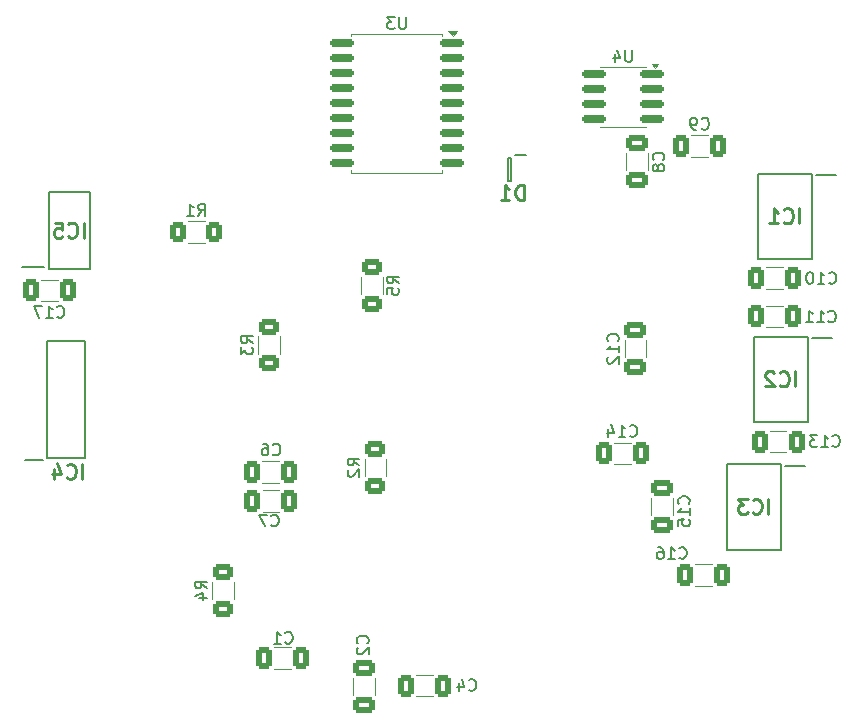
<source format=gbr>
%TF.GenerationSoftware,KiCad,Pcbnew,8.0.1-rc1*%
%TF.CreationDate,2024-06-02T11:35:05-07:00*%
%TF.ProjectId,AMS - CANBus Sensor - Temperature,414d5320-2d20-4434-914e-427573205365,rev?*%
%TF.SameCoordinates,Original*%
%TF.FileFunction,Legend,Bot*%
%TF.FilePolarity,Positive*%
%FSLAX46Y46*%
G04 Gerber Fmt 4.6, Leading zero omitted, Abs format (unit mm)*
G04 Created by KiCad (PCBNEW 8.0.1-rc1) date 2024-06-02 11:35:05*
%MOMM*%
%LPD*%
G01*
G04 APERTURE LIST*
G04 Aperture macros list*
%AMRoundRect*
0 Rectangle with rounded corners*
0 $1 Rounding radius*
0 $2 $3 $4 $5 $6 $7 $8 $9 X,Y pos of 4 corners*
0 Add a 4 corners polygon primitive as box body*
4,1,4,$2,$3,$4,$5,$6,$7,$8,$9,$2,$3,0*
0 Add four circle primitives for the rounded corners*
1,1,$1+$1,$2,$3*
1,1,$1+$1,$4,$5*
1,1,$1+$1,$6,$7*
1,1,$1+$1,$8,$9*
0 Add four rect primitives between the rounded corners*
20,1,$1+$1,$2,$3,$4,$5,0*
20,1,$1+$1,$4,$5,$6,$7,0*
20,1,$1+$1,$6,$7,$8,$9,0*
20,1,$1+$1,$8,$9,$2,$3,0*%
G04 Aperture macros list end*
%ADD10C,0.150000*%
%ADD11C,0.254000*%
%ADD12C,0.120000*%
%ADD13C,0.200000*%
%ADD14R,1.700000X1.700000*%
%ADD15O,1.700000X1.700000*%
%ADD16C,1.600000*%
%ADD17O,1.600000X1.600000*%
%ADD18R,2.200000X2.200000*%
%ADD19C,2.200000*%
%ADD20C,2.400000*%
%ADD21R,1.600000X1.600000*%
%ADD22R,1.920000X1.920000*%
%ADD23C,1.920000*%
%ADD24C,1.500000*%
%ADD25R,1.500000X1.500000*%
%ADD26RoundRect,0.250000X0.412500X0.650000X-0.412500X0.650000X-0.412500X-0.650000X0.412500X-0.650000X0*%
%ADD27RoundRect,0.250000X-0.650000X0.412500X-0.650000X-0.412500X0.650000X-0.412500X0.650000X0.412500X0*%
%ADD28RoundRect,0.150000X0.825000X0.150000X-0.825000X0.150000X-0.825000X-0.150000X0.825000X-0.150000X0*%
%ADD29R,1.705000X0.450000*%
%ADD30RoundRect,0.250000X0.400000X0.625000X-0.400000X0.625000X-0.400000X-0.625000X0.400000X-0.625000X0*%
%ADD31RoundRect,0.250000X-0.412500X-0.650000X0.412500X-0.650000X0.412500X0.650000X-0.412500X0.650000X0*%
%ADD32RoundRect,0.250000X0.650000X-0.412500X0.650000X0.412500X-0.650000X0.412500X-0.650000X-0.412500X0*%
%ADD33RoundRect,0.250000X-0.625000X0.400000X-0.625000X-0.400000X0.625000X-0.400000X0.625000X0.400000X0*%
%ADD34RoundRect,0.150000X0.875000X0.150000X-0.875000X0.150000X-0.875000X-0.150000X0.875000X-0.150000X0*%
%ADD35RoundRect,0.250000X0.625000X-0.400000X0.625000X0.400000X-0.625000X0.400000X-0.625000X-0.400000X0*%
%ADD36R,1.525000X0.650000*%
%ADD37R,1.850000X0.900000*%
%ADD38R,1.850000X3.200000*%
%ADD39R,1.000000X0.550000*%
G04 APERTURE END LIST*
D10*
X118044824Y-88287240D02*
X118092443Y-88334860D01*
X118092443Y-88334860D02*
X118235300Y-88382479D01*
X118235300Y-88382479D02*
X118330538Y-88382479D01*
X118330538Y-88382479D02*
X118473395Y-88334860D01*
X118473395Y-88334860D02*
X118568633Y-88239621D01*
X118568633Y-88239621D02*
X118616252Y-88144383D01*
X118616252Y-88144383D02*
X118663871Y-87953907D01*
X118663871Y-87953907D02*
X118663871Y-87811050D01*
X118663871Y-87811050D02*
X118616252Y-87620574D01*
X118616252Y-87620574D02*
X118568633Y-87525336D01*
X118568633Y-87525336D02*
X118473395Y-87430098D01*
X118473395Y-87430098D02*
X118330538Y-87382479D01*
X118330538Y-87382479D02*
X118235300Y-87382479D01*
X118235300Y-87382479D02*
X118092443Y-87430098D01*
X118092443Y-87430098D02*
X118044824Y-87477717D01*
X117092443Y-88382479D02*
X117663871Y-88382479D01*
X117378157Y-88382479D02*
X117378157Y-87382479D01*
X117378157Y-87382479D02*
X117473395Y-87525336D01*
X117473395Y-87525336D02*
X117568633Y-87620574D01*
X117568633Y-87620574D02*
X117663871Y-87668193D01*
X116759109Y-87382479D02*
X116092443Y-87382479D01*
X116092443Y-87382479D02*
X116521014Y-88382479D01*
X144310863Y-115937179D02*
X144358483Y-115889560D01*
X144358483Y-115889560D02*
X144406102Y-115746703D01*
X144406102Y-115746703D02*
X144406102Y-115651465D01*
X144406102Y-115651465D02*
X144358483Y-115508608D01*
X144358483Y-115508608D02*
X144263244Y-115413370D01*
X144263244Y-115413370D02*
X144168006Y-115365751D01*
X144168006Y-115365751D02*
X143977530Y-115318132D01*
X143977530Y-115318132D02*
X143834673Y-115318132D01*
X143834673Y-115318132D02*
X143644197Y-115365751D01*
X143644197Y-115365751D02*
X143548959Y-115413370D01*
X143548959Y-115413370D02*
X143453721Y-115508608D01*
X143453721Y-115508608D02*
X143406102Y-115651465D01*
X143406102Y-115651465D02*
X143406102Y-115746703D01*
X143406102Y-115746703D02*
X143453721Y-115889560D01*
X143453721Y-115889560D02*
X143501340Y-115937179D01*
X143501340Y-116318132D02*
X143453721Y-116365751D01*
X143453721Y-116365751D02*
X143406102Y-116460989D01*
X143406102Y-116460989D02*
X143406102Y-116699084D01*
X143406102Y-116699084D02*
X143453721Y-116794322D01*
X143453721Y-116794322D02*
X143501340Y-116841941D01*
X143501340Y-116841941D02*
X143596578Y-116889560D01*
X143596578Y-116889560D02*
X143691816Y-116889560D01*
X143691816Y-116889560D02*
X143834673Y-116841941D01*
X143834673Y-116841941D02*
X144406102Y-116270513D01*
X144406102Y-116270513D02*
X144406102Y-116889560D01*
X166716704Y-65728819D02*
X166716704Y-66538342D01*
X166716704Y-66538342D02*
X166669085Y-66633580D01*
X166669085Y-66633580D02*
X166621466Y-66681200D01*
X166621466Y-66681200D02*
X166526228Y-66728819D01*
X166526228Y-66728819D02*
X166335752Y-66728819D01*
X166335752Y-66728819D02*
X166240514Y-66681200D01*
X166240514Y-66681200D02*
X166192895Y-66633580D01*
X166192895Y-66633580D02*
X166145276Y-66538342D01*
X166145276Y-66538342D02*
X166145276Y-65728819D01*
X165240514Y-66062152D02*
X165240514Y-66728819D01*
X165478609Y-65681200D02*
X165716704Y-66395485D01*
X165716704Y-66395485D02*
X165097657Y-66395485D01*
D11*
X180554362Y-94198718D02*
X180554362Y-92928718D01*
X179223885Y-94077765D02*
X179284361Y-94138242D01*
X179284361Y-94138242D02*
X179465790Y-94198718D01*
X179465790Y-94198718D02*
X179586742Y-94198718D01*
X179586742Y-94198718D02*
X179768171Y-94138242D01*
X179768171Y-94138242D02*
X179889123Y-94017289D01*
X179889123Y-94017289D02*
X179949600Y-93896337D01*
X179949600Y-93896337D02*
X180010076Y-93654432D01*
X180010076Y-93654432D02*
X180010076Y-93473003D01*
X180010076Y-93473003D02*
X179949600Y-93231099D01*
X179949600Y-93231099D02*
X179889123Y-93110146D01*
X179889123Y-93110146D02*
X179768171Y-92989194D01*
X179768171Y-92989194D02*
X179586742Y-92928718D01*
X179586742Y-92928718D02*
X179465790Y-92928718D01*
X179465790Y-92928718D02*
X179284361Y-92989194D01*
X179284361Y-92989194D02*
X179223885Y-93049670D01*
X178740076Y-93049670D02*
X178679600Y-92989194D01*
X178679600Y-92989194D02*
X178558647Y-92928718D01*
X178558647Y-92928718D02*
X178256266Y-92928718D01*
X178256266Y-92928718D02*
X178135314Y-92989194D01*
X178135314Y-92989194D02*
X178074838Y-93049670D01*
X178074838Y-93049670D02*
X178014361Y-93170622D01*
X178014361Y-93170622D02*
X178014361Y-93291575D01*
X178014361Y-93291575D02*
X178074838Y-93473003D01*
X178074838Y-93473003D02*
X178800552Y-94198718D01*
X178800552Y-94198718D02*
X178014361Y-94198718D01*
D10*
X129980966Y-79764119D02*
X130314299Y-79287928D01*
X130552394Y-79764119D02*
X130552394Y-78764119D01*
X130552394Y-78764119D02*
X130171442Y-78764119D01*
X130171442Y-78764119D02*
X130076204Y-78811738D01*
X130076204Y-78811738D02*
X130028585Y-78859357D01*
X130028585Y-78859357D02*
X129980966Y-78954595D01*
X129980966Y-78954595D02*
X129980966Y-79097452D01*
X129980966Y-79097452D02*
X130028585Y-79192690D01*
X130028585Y-79192690D02*
X130076204Y-79240309D01*
X130076204Y-79240309D02*
X130171442Y-79287928D01*
X130171442Y-79287928D02*
X130552394Y-79287928D01*
X129028585Y-79764119D02*
X129600013Y-79764119D01*
X129314299Y-79764119D02*
X129314299Y-78764119D01*
X129314299Y-78764119D02*
X129409537Y-78906976D01*
X129409537Y-78906976D02*
X129504775Y-79002214D01*
X129504775Y-79002214D02*
X129600013Y-79049833D01*
X183392307Y-85424004D02*
X183439926Y-85471624D01*
X183439926Y-85471624D02*
X183582783Y-85519243D01*
X183582783Y-85519243D02*
X183678021Y-85519243D01*
X183678021Y-85519243D02*
X183820878Y-85471624D01*
X183820878Y-85471624D02*
X183916116Y-85376385D01*
X183916116Y-85376385D02*
X183963735Y-85281147D01*
X183963735Y-85281147D02*
X184011354Y-85090671D01*
X184011354Y-85090671D02*
X184011354Y-84947814D01*
X184011354Y-84947814D02*
X183963735Y-84757338D01*
X183963735Y-84757338D02*
X183916116Y-84662100D01*
X183916116Y-84662100D02*
X183820878Y-84566862D01*
X183820878Y-84566862D02*
X183678021Y-84519243D01*
X183678021Y-84519243D02*
X183582783Y-84519243D01*
X183582783Y-84519243D02*
X183439926Y-84566862D01*
X183439926Y-84566862D02*
X183392307Y-84614481D01*
X182439926Y-85519243D02*
X183011354Y-85519243D01*
X182725640Y-85519243D02*
X182725640Y-84519243D01*
X182725640Y-84519243D02*
X182820878Y-84662100D01*
X182820878Y-84662100D02*
X182916116Y-84757338D01*
X182916116Y-84757338D02*
X183011354Y-84804957D01*
X181820878Y-84519243D02*
X181725640Y-84519243D01*
X181725640Y-84519243D02*
X181630402Y-84566862D01*
X181630402Y-84566862D02*
X181582783Y-84614481D01*
X181582783Y-84614481D02*
X181535164Y-84709719D01*
X181535164Y-84709719D02*
X181487545Y-84900195D01*
X181487545Y-84900195D02*
X181487545Y-85138290D01*
X181487545Y-85138290D02*
X181535164Y-85328766D01*
X181535164Y-85328766D02*
X181582783Y-85424004D01*
X181582783Y-85424004D02*
X181630402Y-85471624D01*
X181630402Y-85471624D02*
X181725640Y-85519243D01*
X181725640Y-85519243D02*
X181820878Y-85519243D01*
X181820878Y-85519243D02*
X181916116Y-85471624D01*
X181916116Y-85471624D02*
X181963735Y-85424004D01*
X181963735Y-85424004D02*
X182011354Y-85328766D01*
X182011354Y-85328766D02*
X182058973Y-85138290D01*
X182058973Y-85138290D02*
X182058973Y-84900195D01*
X182058973Y-84900195D02*
X182011354Y-84709719D01*
X182011354Y-84709719D02*
X181963735Y-84614481D01*
X181963735Y-84614481D02*
X181916116Y-84566862D01*
X181916116Y-84566862D02*
X181820878Y-84519243D01*
X169362980Y-75023233D02*
X169410600Y-74975614D01*
X169410600Y-74975614D02*
X169458219Y-74832757D01*
X169458219Y-74832757D02*
X169458219Y-74737519D01*
X169458219Y-74737519D02*
X169410600Y-74594662D01*
X169410600Y-74594662D02*
X169315361Y-74499424D01*
X169315361Y-74499424D02*
X169220123Y-74451805D01*
X169220123Y-74451805D02*
X169029647Y-74404186D01*
X169029647Y-74404186D02*
X168886790Y-74404186D01*
X168886790Y-74404186D02*
X168696314Y-74451805D01*
X168696314Y-74451805D02*
X168601076Y-74499424D01*
X168601076Y-74499424D02*
X168505838Y-74594662D01*
X168505838Y-74594662D02*
X168458219Y-74737519D01*
X168458219Y-74737519D02*
X168458219Y-74832757D01*
X168458219Y-74832757D02*
X168505838Y-74975614D01*
X168505838Y-74975614D02*
X168553457Y-75023233D01*
X168886790Y-75594662D02*
X168839171Y-75499424D01*
X168839171Y-75499424D02*
X168791552Y-75451805D01*
X168791552Y-75451805D02*
X168696314Y-75404186D01*
X168696314Y-75404186D02*
X168648695Y-75404186D01*
X168648695Y-75404186D02*
X168553457Y-75451805D01*
X168553457Y-75451805D02*
X168505838Y-75499424D01*
X168505838Y-75499424D02*
X168458219Y-75594662D01*
X168458219Y-75594662D02*
X168458219Y-75785138D01*
X168458219Y-75785138D02*
X168505838Y-75880376D01*
X168505838Y-75880376D02*
X168553457Y-75927995D01*
X168553457Y-75927995D02*
X168648695Y-75975614D01*
X168648695Y-75975614D02*
X168696314Y-75975614D01*
X168696314Y-75975614D02*
X168791552Y-75927995D01*
X168791552Y-75927995D02*
X168839171Y-75880376D01*
X168839171Y-75880376D02*
X168886790Y-75785138D01*
X168886790Y-75785138D02*
X168886790Y-75594662D01*
X168886790Y-75594662D02*
X168934409Y-75499424D01*
X168934409Y-75499424D02*
X168982028Y-75451805D01*
X168982028Y-75451805D02*
X169077266Y-75404186D01*
X169077266Y-75404186D02*
X169267742Y-75404186D01*
X169267742Y-75404186D02*
X169362980Y-75451805D01*
X169362980Y-75451805D02*
X169410600Y-75499424D01*
X169410600Y-75499424D02*
X169458219Y-75594662D01*
X169458219Y-75594662D02*
X169458219Y-75785138D01*
X169458219Y-75785138D02*
X169410600Y-75880376D01*
X169410600Y-75880376D02*
X169362980Y-75927995D01*
X169362980Y-75927995D02*
X169267742Y-75975614D01*
X169267742Y-75975614D02*
X169077266Y-75975614D01*
X169077266Y-75975614D02*
X168982028Y-75927995D01*
X168982028Y-75927995D02*
X168934409Y-75880376D01*
X168934409Y-75880376D02*
X168886790Y-75785138D01*
X130731219Y-111295633D02*
X130255028Y-110962300D01*
X130731219Y-110724205D02*
X129731219Y-110724205D01*
X129731219Y-110724205D02*
X129731219Y-111105157D01*
X129731219Y-111105157D02*
X129778838Y-111200395D01*
X129778838Y-111200395D02*
X129826457Y-111248014D01*
X129826457Y-111248014D02*
X129921695Y-111295633D01*
X129921695Y-111295633D02*
X130064552Y-111295633D01*
X130064552Y-111295633D02*
X130159790Y-111248014D01*
X130159790Y-111248014D02*
X130207409Y-111200395D01*
X130207409Y-111200395D02*
X130255028Y-111105157D01*
X130255028Y-111105157D02*
X130255028Y-110724205D01*
X130064552Y-112152776D02*
X130731219Y-112152776D01*
X129683600Y-111914681D02*
X130397885Y-111676586D01*
X130397885Y-111676586D02*
X130397885Y-112295633D01*
X172599466Y-72358280D02*
X172647085Y-72405900D01*
X172647085Y-72405900D02*
X172789942Y-72453519D01*
X172789942Y-72453519D02*
X172885180Y-72453519D01*
X172885180Y-72453519D02*
X173028037Y-72405900D01*
X173028037Y-72405900D02*
X173123275Y-72310661D01*
X173123275Y-72310661D02*
X173170894Y-72215423D01*
X173170894Y-72215423D02*
X173218513Y-72024947D01*
X173218513Y-72024947D02*
X173218513Y-71882090D01*
X173218513Y-71882090D02*
X173170894Y-71691614D01*
X173170894Y-71691614D02*
X173123275Y-71596376D01*
X173123275Y-71596376D02*
X173028037Y-71501138D01*
X173028037Y-71501138D02*
X172885180Y-71453519D01*
X172885180Y-71453519D02*
X172789942Y-71453519D01*
X172789942Y-71453519D02*
X172647085Y-71501138D01*
X172647085Y-71501138D02*
X172599466Y-71548757D01*
X172123275Y-72453519D02*
X171932799Y-72453519D01*
X171932799Y-72453519D02*
X171837561Y-72405900D01*
X171837561Y-72405900D02*
X171789942Y-72358280D01*
X171789942Y-72358280D02*
X171694704Y-72215423D01*
X171694704Y-72215423D02*
X171647085Y-72024947D01*
X171647085Y-72024947D02*
X171647085Y-71643995D01*
X171647085Y-71643995D02*
X171694704Y-71548757D01*
X171694704Y-71548757D02*
X171742323Y-71501138D01*
X171742323Y-71501138D02*
X171837561Y-71453519D01*
X171837561Y-71453519D02*
X172028037Y-71453519D01*
X172028037Y-71453519D02*
X172123275Y-71501138D01*
X172123275Y-71501138D02*
X172170894Y-71548757D01*
X172170894Y-71548757D02*
X172218513Y-71643995D01*
X172218513Y-71643995D02*
X172218513Y-71882090D01*
X172218513Y-71882090D02*
X172170894Y-71977328D01*
X172170894Y-71977328D02*
X172123275Y-72024947D01*
X172123275Y-72024947D02*
X172028037Y-72072566D01*
X172028037Y-72072566D02*
X171837561Y-72072566D01*
X171837561Y-72072566D02*
X171742323Y-72024947D01*
X171742323Y-72024947D02*
X171694704Y-71977328D01*
X171694704Y-71977328D02*
X171647085Y-71882090D01*
X152908220Y-119887379D02*
X152955839Y-119934999D01*
X152955839Y-119934999D02*
X153098696Y-119982618D01*
X153098696Y-119982618D02*
X153193934Y-119982618D01*
X153193934Y-119982618D02*
X153336791Y-119934999D01*
X153336791Y-119934999D02*
X153432029Y-119839760D01*
X153432029Y-119839760D02*
X153479648Y-119744522D01*
X153479648Y-119744522D02*
X153527267Y-119554046D01*
X153527267Y-119554046D02*
X153527267Y-119411189D01*
X153527267Y-119411189D02*
X153479648Y-119220713D01*
X153479648Y-119220713D02*
X153432029Y-119125475D01*
X153432029Y-119125475D02*
X153336791Y-119030237D01*
X153336791Y-119030237D02*
X153193934Y-118982618D01*
X153193934Y-118982618D02*
X153098696Y-118982618D01*
X153098696Y-118982618D02*
X152955839Y-119030237D01*
X152955839Y-119030237D02*
X152908220Y-119077856D01*
X152051077Y-119315951D02*
X152051077Y-119982618D01*
X152289172Y-118934999D02*
X152527267Y-119649284D01*
X152527267Y-119649284D02*
X151908220Y-119649284D01*
X147567004Y-62941819D02*
X147567004Y-63751342D01*
X147567004Y-63751342D02*
X147519385Y-63846580D01*
X147519385Y-63846580D02*
X147471766Y-63894200D01*
X147471766Y-63894200D02*
X147376528Y-63941819D01*
X147376528Y-63941819D02*
X147186052Y-63941819D01*
X147186052Y-63941819D02*
X147090814Y-63894200D01*
X147090814Y-63894200D02*
X147043195Y-63846580D01*
X147043195Y-63846580D02*
X146995576Y-63751342D01*
X146995576Y-63751342D02*
X146995576Y-62941819D01*
X146614623Y-62941819D02*
X145995576Y-62941819D01*
X145995576Y-62941819D02*
X146328909Y-63322771D01*
X146328909Y-63322771D02*
X146186052Y-63322771D01*
X146186052Y-63322771D02*
X146090814Y-63370390D01*
X146090814Y-63370390D02*
X146043195Y-63418009D01*
X146043195Y-63418009D02*
X145995576Y-63513247D01*
X145995576Y-63513247D02*
X145995576Y-63751342D01*
X145995576Y-63751342D02*
X146043195Y-63846580D01*
X146043195Y-63846580D02*
X146090814Y-63894200D01*
X146090814Y-63894200D02*
X146186052Y-63941819D01*
X146186052Y-63941819D02*
X146471766Y-63941819D01*
X146471766Y-63941819D02*
X146567004Y-63894200D01*
X146567004Y-63894200D02*
X146614623Y-63846580D01*
X146977819Y-85480133D02*
X146501628Y-85146800D01*
X146977819Y-84908705D02*
X145977819Y-84908705D01*
X145977819Y-84908705D02*
X145977819Y-85289657D01*
X145977819Y-85289657D02*
X146025438Y-85384895D01*
X146025438Y-85384895D02*
X146073057Y-85432514D01*
X146073057Y-85432514D02*
X146168295Y-85480133D01*
X146168295Y-85480133D02*
X146311152Y-85480133D01*
X146311152Y-85480133D02*
X146406390Y-85432514D01*
X146406390Y-85432514D02*
X146454009Y-85384895D01*
X146454009Y-85384895D02*
X146501628Y-85289657D01*
X146501628Y-85289657D02*
X146501628Y-84908705D01*
X145977819Y-86384895D02*
X145977819Y-85908705D01*
X145977819Y-85908705D02*
X146454009Y-85861086D01*
X146454009Y-85861086D02*
X146406390Y-85908705D01*
X146406390Y-85908705D02*
X146358771Y-86003943D01*
X146358771Y-86003943D02*
X146358771Y-86242038D01*
X146358771Y-86242038D02*
X146406390Y-86337276D01*
X146406390Y-86337276D02*
X146454009Y-86384895D01*
X146454009Y-86384895D02*
X146549247Y-86432514D01*
X146549247Y-86432514D02*
X146787342Y-86432514D01*
X146787342Y-86432514D02*
X146882580Y-86384895D01*
X146882580Y-86384895D02*
X146930200Y-86337276D01*
X146930200Y-86337276D02*
X146977819Y-86242038D01*
X146977819Y-86242038D02*
X146977819Y-86003943D01*
X146977819Y-86003943D02*
X146930200Y-85908705D01*
X146930200Y-85908705D02*
X146882580Y-85861086D01*
X134607819Y-90532033D02*
X134131628Y-90198700D01*
X134607819Y-89960605D02*
X133607819Y-89960605D01*
X133607819Y-89960605D02*
X133607819Y-90341557D01*
X133607819Y-90341557D02*
X133655438Y-90436795D01*
X133655438Y-90436795D02*
X133703057Y-90484414D01*
X133703057Y-90484414D02*
X133798295Y-90532033D01*
X133798295Y-90532033D02*
X133941152Y-90532033D01*
X133941152Y-90532033D02*
X134036390Y-90484414D01*
X134036390Y-90484414D02*
X134084009Y-90436795D01*
X134084009Y-90436795D02*
X134131628Y-90341557D01*
X134131628Y-90341557D02*
X134131628Y-89960605D01*
X133607819Y-90865367D02*
X133607819Y-91484414D01*
X133607819Y-91484414D02*
X133988771Y-91151081D01*
X133988771Y-91151081D02*
X133988771Y-91293938D01*
X133988771Y-91293938D02*
X134036390Y-91389176D01*
X134036390Y-91389176D02*
X134084009Y-91436795D01*
X134084009Y-91436795D02*
X134179247Y-91484414D01*
X134179247Y-91484414D02*
X134417342Y-91484414D01*
X134417342Y-91484414D02*
X134512580Y-91436795D01*
X134512580Y-91436795D02*
X134560200Y-91389176D01*
X134560200Y-91389176D02*
X134607819Y-91293938D01*
X134607819Y-91293938D02*
X134607819Y-91008224D01*
X134607819Y-91008224D02*
X134560200Y-90912986D01*
X134560200Y-90912986D02*
X134512580Y-90865367D01*
D11*
X178253662Y-104983818D02*
X178253662Y-103713818D01*
X176923185Y-104862865D02*
X176983661Y-104923342D01*
X176983661Y-104923342D02*
X177165090Y-104983818D01*
X177165090Y-104983818D02*
X177286042Y-104983818D01*
X177286042Y-104983818D02*
X177467471Y-104923342D01*
X177467471Y-104923342D02*
X177588423Y-104802389D01*
X177588423Y-104802389D02*
X177648900Y-104681437D01*
X177648900Y-104681437D02*
X177709376Y-104439532D01*
X177709376Y-104439532D02*
X177709376Y-104258103D01*
X177709376Y-104258103D02*
X177648900Y-104016199D01*
X177648900Y-104016199D02*
X177588423Y-103895246D01*
X177588423Y-103895246D02*
X177467471Y-103774294D01*
X177467471Y-103774294D02*
X177286042Y-103713818D01*
X177286042Y-103713818D02*
X177165090Y-103713818D01*
X177165090Y-103713818D02*
X176983661Y-103774294D01*
X176983661Y-103774294D02*
X176923185Y-103834770D01*
X176499852Y-103713818D02*
X175713661Y-103713818D01*
X175713661Y-103713818D02*
X176136995Y-104197627D01*
X176136995Y-104197627D02*
X175955566Y-104197627D01*
X175955566Y-104197627D02*
X175834614Y-104258103D01*
X175834614Y-104258103D02*
X175774138Y-104318580D01*
X175774138Y-104318580D02*
X175713661Y-104439532D01*
X175713661Y-104439532D02*
X175713661Y-104741913D01*
X175713661Y-104741913D02*
X175774138Y-104862865D01*
X175774138Y-104862865D02*
X175834614Y-104923342D01*
X175834614Y-104923342D02*
X175955566Y-104983818D01*
X175955566Y-104983818D02*
X176318423Y-104983818D01*
X176318423Y-104983818D02*
X176439376Y-104923342D01*
X176439376Y-104923342D02*
X176499852Y-104862865D01*
D10*
X137354254Y-115871040D02*
X137401873Y-115918660D01*
X137401873Y-115918660D02*
X137544730Y-115966279D01*
X137544730Y-115966279D02*
X137639968Y-115966279D01*
X137639968Y-115966279D02*
X137782825Y-115918660D01*
X137782825Y-115918660D02*
X137878063Y-115823421D01*
X137878063Y-115823421D02*
X137925682Y-115728183D01*
X137925682Y-115728183D02*
X137973301Y-115537707D01*
X137973301Y-115537707D02*
X137973301Y-115394850D01*
X137973301Y-115394850D02*
X137925682Y-115204374D01*
X137925682Y-115204374D02*
X137878063Y-115109136D01*
X137878063Y-115109136D02*
X137782825Y-115013898D01*
X137782825Y-115013898D02*
X137639968Y-114966279D01*
X137639968Y-114966279D02*
X137544730Y-114966279D01*
X137544730Y-114966279D02*
X137401873Y-115013898D01*
X137401873Y-115013898D02*
X137354254Y-115061517D01*
X136401873Y-115966279D02*
X136973301Y-115966279D01*
X136687587Y-115966279D02*
X136687587Y-114966279D01*
X136687587Y-114966279D02*
X136782825Y-115109136D01*
X136782825Y-115109136D02*
X136878063Y-115204374D01*
X136878063Y-115204374D02*
X136973301Y-115251993D01*
D11*
X120179897Y-102027054D02*
X120179897Y-100757054D01*
X118849420Y-101906101D02*
X118909896Y-101966578D01*
X118909896Y-101966578D02*
X119091325Y-102027054D01*
X119091325Y-102027054D02*
X119212277Y-102027054D01*
X119212277Y-102027054D02*
X119393706Y-101966578D01*
X119393706Y-101966578D02*
X119514658Y-101845625D01*
X119514658Y-101845625D02*
X119575135Y-101724673D01*
X119575135Y-101724673D02*
X119635611Y-101482768D01*
X119635611Y-101482768D02*
X119635611Y-101301339D01*
X119635611Y-101301339D02*
X119575135Y-101059435D01*
X119575135Y-101059435D02*
X119514658Y-100938482D01*
X119514658Y-100938482D02*
X119393706Y-100817530D01*
X119393706Y-100817530D02*
X119212277Y-100757054D01*
X119212277Y-100757054D02*
X119091325Y-100757054D01*
X119091325Y-100757054D02*
X118909896Y-100817530D01*
X118909896Y-100817530D02*
X118849420Y-100878006D01*
X117760849Y-101180387D02*
X117760849Y-102027054D01*
X118063230Y-100696578D02*
X118365611Y-101603720D01*
X118365611Y-101603720D02*
X117579420Y-101603720D01*
D10*
X171505821Y-104133428D02*
X171553441Y-104085809D01*
X171553441Y-104085809D02*
X171601060Y-103942952D01*
X171601060Y-103942952D02*
X171601060Y-103847714D01*
X171601060Y-103847714D02*
X171553441Y-103704857D01*
X171553441Y-103704857D02*
X171458202Y-103609619D01*
X171458202Y-103609619D02*
X171362964Y-103562000D01*
X171362964Y-103562000D02*
X171172488Y-103514381D01*
X171172488Y-103514381D02*
X171029631Y-103514381D01*
X171029631Y-103514381D02*
X170839155Y-103562000D01*
X170839155Y-103562000D02*
X170743917Y-103609619D01*
X170743917Y-103609619D02*
X170648679Y-103704857D01*
X170648679Y-103704857D02*
X170601060Y-103847714D01*
X170601060Y-103847714D02*
X170601060Y-103942952D01*
X170601060Y-103942952D02*
X170648679Y-104085809D01*
X170648679Y-104085809D02*
X170696298Y-104133428D01*
X171601060Y-105085809D02*
X171601060Y-104514381D01*
X171601060Y-104800095D02*
X170601060Y-104800095D01*
X170601060Y-104800095D02*
X170743917Y-104704857D01*
X170743917Y-104704857D02*
X170839155Y-104609619D01*
X170839155Y-104609619D02*
X170886774Y-104514381D01*
X170601060Y-105990571D02*
X170601060Y-105514381D01*
X170601060Y-105514381D02*
X171077250Y-105466762D01*
X171077250Y-105466762D02*
X171029631Y-105514381D01*
X171029631Y-105514381D02*
X170982012Y-105609619D01*
X170982012Y-105609619D02*
X170982012Y-105847714D01*
X170982012Y-105847714D02*
X171029631Y-105942952D01*
X171029631Y-105942952D02*
X171077250Y-105990571D01*
X171077250Y-105990571D02*
X171172488Y-106038190D01*
X171172488Y-106038190D02*
X171410583Y-106038190D01*
X171410583Y-106038190D02*
X171505821Y-105990571D01*
X171505821Y-105990571D02*
X171553441Y-105942952D01*
X171553441Y-105942952D02*
X171601060Y-105847714D01*
X171601060Y-105847714D02*
X171601060Y-105609619D01*
X171601060Y-105609619D02*
X171553441Y-105514381D01*
X171553441Y-105514381D02*
X171505821Y-105466762D01*
X143630419Y-100892333D02*
X143154228Y-100559000D01*
X143630419Y-100320905D02*
X142630419Y-100320905D01*
X142630419Y-100320905D02*
X142630419Y-100701857D01*
X142630419Y-100701857D02*
X142678038Y-100797095D01*
X142678038Y-100797095D02*
X142725657Y-100844714D01*
X142725657Y-100844714D02*
X142820895Y-100892333D01*
X142820895Y-100892333D02*
X142963752Y-100892333D01*
X142963752Y-100892333D02*
X143058990Y-100844714D01*
X143058990Y-100844714D02*
X143106609Y-100797095D01*
X143106609Y-100797095D02*
X143154228Y-100701857D01*
X143154228Y-100701857D02*
X143154228Y-100320905D01*
X142725657Y-101273286D02*
X142678038Y-101320905D01*
X142678038Y-101320905D02*
X142630419Y-101416143D01*
X142630419Y-101416143D02*
X142630419Y-101654238D01*
X142630419Y-101654238D02*
X142678038Y-101749476D01*
X142678038Y-101749476D02*
X142725657Y-101797095D01*
X142725657Y-101797095D02*
X142820895Y-101844714D01*
X142820895Y-101844714D02*
X142916133Y-101844714D01*
X142916133Y-101844714D02*
X143058990Y-101797095D01*
X143058990Y-101797095D02*
X143630419Y-101225667D01*
X143630419Y-101225667D02*
X143630419Y-101844714D01*
D11*
X180893062Y-80385418D02*
X180893062Y-79115418D01*
X179562585Y-80264465D02*
X179623061Y-80324942D01*
X179623061Y-80324942D02*
X179804490Y-80385418D01*
X179804490Y-80385418D02*
X179925442Y-80385418D01*
X179925442Y-80385418D02*
X180106871Y-80324942D01*
X180106871Y-80324942D02*
X180227823Y-80203989D01*
X180227823Y-80203989D02*
X180288300Y-80083037D01*
X180288300Y-80083037D02*
X180348776Y-79841132D01*
X180348776Y-79841132D02*
X180348776Y-79659703D01*
X180348776Y-79659703D02*
X180288300Y-79417799D01*
X180288300Y-79417799D02*
X180227823Y-79296846D01*
X180227823Y-79296846D02*
X180106871Y-79175894D01*
X180106871Y-79175894D02*
X179925442Y-79115418D01*
X179925442Y-79115418D02*
X179804490Y-79115418D01*
X179804490Y-79115418D02*
X179623061Y-79175894D01*
X179623061Y-79175894D02*
X179562585Y-79236370D01*
X178353061Y-80385418D02*
X179078776Y-80385418D01*
X178715919Y-80385418D02*
X178715919Y-79115418D01*
X178715919Y-79115418D02*
X178836871Y-79296846D01*
X178836871Y-79296846D02*
X178957823Y-79417799D01*
X178957823Y-79417799D02*
X179078776Y-79478275D01*
D10*
X165509080Y-90365742D02*
X165556700Y-90318123D01*
X165556700Y-90318123D02*
X165604319Y-90175266D01*
X165604319Y-90175266D02*
X165604319Y-90080028D01*
X165604319Y-90080028D02*
X165556700Y-89937171D01*
X165556700Y-89937171D02*
X165461461Y-89841933D01*
X165461461Y-89841933D02*
X165366223Y-89794314D01*
X165366223Y-89794314D02*
X165175747Y-89746695D01*
X165175747Y-89746695D02*
X165032890Y-89746695D01*
X165032890Y-89746695D02*
X164842414Y-89794314D01*
X164842414Y-89794314D02*
X164747176Y-89841933D01*
X164747176Y-89841933D02*
X164651938Y-89937171D01*
X164651938Y-89937171D02*
X164604319Y-90080028D01*
X164604319Y-90080028D02*
X164604319Y-90175266D01*
X164604319Y-90175266D02*
X164651938Y-90318123D01*
X164651938Y-90318123D02*
X164699557Y-90365742D01*
X165604319Y-91318123D02*
X165604319Y-90746695D01*
X165604319Y-91032409D02*
X164604319Y-91032409D01*
X164604319Y-91032409D02*
X164747176Y-90937171D01*
X164747176Y-90937171D02*
X164842414Y-90841933D01*
X164842414Y-90841933D02*
X164890033Y-90746695D01*
X164699557Y-91699076D02*
X164651938Y-91746695D01*
X164651938Y-91746695D02*
X164604319Y-91841933D01*
X164604319Y-91841933D02*
X164604319Y-92080028D01*
X164604319Y-92080028D02*
X164651938Y-92175266D01*
X164651938Y-92175266D02*
X164699557Y-92222885D01*
X164699557Y-92222885D02*
X164794795Y-92270504D01*
X164794795Y-92270504D02*
X164890033Y-92270504D01*
X164890033Y-92270504D02*
X165032890Y-92222885D01*
X165032890Y-92222885D02*
X165604319Y-91651457D01*
X165604319Y-91651457D02*
X165604319Y-92270504D01*
D11*
X120306662Y-81597618D02*
X120306662Y-80327618D01*
X118976185Y-81476665D02*
X119036661Y-81537142D01*
X119036661Y-81537142D02*
X119218090Y-81597618D01*
X119218090Y-81597618D02*
X119339042Y-81597618D01*
X119339042Y-81597618D02*
X119520471Y-81537142D01*
X119520471Y-81537142D02*
X119641423Y-81416189D01*
X119641423Y-81416189D02*
X119701900Y-81295237D01*
X119701900Y-81295237D02*
X119762376Y-81053332D01*
X119762376Y-81053332D02*
X119762376Y-80871903D01*
X119762376Y-80871903D02*
X119701900Y-80629999D01*
X119701900Y-80629999D02*
X119641423Y-80509046D01*
X119641423Y-80509046D02*
X119520471Y-80388094D01*
X119520471Y-80388094D02*
X119339042Y-80327618D01*
X119339042Y-80327618D02*
X119218090Y-80327618D01*
X119218090Y-80327618D02*
X119036661Y-80388094D01*
X119036661Y-80388094D02*
X118976185Y-80448570D01*
X117827138Y-80327618D02*
X118431900Y-80327618D01*
X118431900Y-80327618D02*
X118492376Y-80932380D01*
X118492376Y-80932380D02*
X118431900Y-80871903D01*
X118431900Y-80871903D02*
X118310947Y-80811427D01*
X118310947Y-80811427D02*
X118008566Y-80811427D01*
X118008566Y-80811427D02*
X117887614Y-80871903D01*
X117887614Y-80871903D02*
X117827138Y-80932380D01*
X117827138Y-80932380D02*
X117766661Y-81053332D01*
X117766661Y-81053332D02*
X117766661Y-81355713D01*
X117766661Y-81355713D02*
X117827138Y-81476665D01*
X117827138Y-81476665D02*
X117887614Y-81537142D01*
X117887614Y-81537142D02*
X118008566Y-81597618D01*
X118008566Y-81597618D02*
X118310947Y-81597618D01*
X118310947Y-81597618D02*
X118431900Y-81537142D01*
X118431900Y-81537142D02*
X118492376Y-81476665D01*
D10*
X183342267Y-88683245D02*
X183389886Y-88730865D01*
X183389886Y-88730865D02*
X183532743Y-88778484D01*
X183532743Y-88778484D02*
X183627981Y-88778484D01*
X183627981Y-88778484D02*
X183770838Y-88730865D01*
X183770838Y-88730865D02*
X183866076Y-88635626D01*
X183866076Y-88635626D02*
X183913695Y-88540388D01*
X183913695Y-88540388D02*
X183961314Y-88349912D01*
X183961314Y-88349912D02*
X183961314Y-88207055D01*
X183961314Y-88207055D02*
X183913695Y-88016579D01*
X183913695Y-88016579D02*
X183866076Y-87921341D01*
X183866076Y-87921341D02*
X183770838Y-87826103D01*
X183770838Y-87826103D02*
X183627981Y-87778484D01*
X183627981Y-87778484D02*
X183532743Y-87778484D01*
X183532743Y-87778484D02*
X183389886Y-87826103D01*
X183389886Y-87826103D02*
X183342267Y-87873722D01*
X182389886Y-88778484D02*
X182961314Y-88778484D01*
X182675600Y-88778484D02*
X182675600Y-87778484D01*
X182675600Y-87778484D02*
X182770838Y-87921341D01*
X182770838Y-87921341D02*
X182866076Y-88016579D01*
X182866076Y-88016579D02*
X182961314Y-88064198D01*
X181437505Y-88778484D02*
X182008933Y-88778484D01*
X181723219Y-88778484D02*
X181723219Y-87778484D01*
X181723219Y-87778484D02*
X181818457Y-87921341D01*
X181818457Y-87921341D02*
X181913695Y-88016579D01*
X181913695Y-88016579D02*
X182008933Y-88064198D01*
X136175538Y-105960547D02*
X136223157Y-106008167D01*
X136223157Y-106008167D02*
X136366014Y-106055786D01*
X136366014Y-106055786D02*
X136461252Y-106055786D01*
X136461252Y-106055786D02*
X136604109Y-106008167D01*
X136604109Y-106008167D02*
X136699347Y-105912928D01*
X136699347Y-105912928D02*
X136746966Y-105817690D01*
X136746966Y-105817690D02*
X136794585Y-105627214D01*
X136794585Y-105627214D02*
X136794585Y-105484357D01*
X136794585Y-105484357D02*
X136746966Y-105293881D01*
X136746966Y-105293881D02*
X136699347Y-105198643D01*
X136699347Y-105198643D02*
X136604109Y-105103405D01*
X136604109Y-105103405D02*
X136461252Y-105055786D01*
X136461252Y-105055786D02*
X136366014Y-105055786D01*
X136366014Y-105055786D02*
X136223157Y-105103405D01*
X136223157Y-105103405D02*
X136175538Y-105151024D01*
X135842204Y-105055786D02*
X135175538Y-105055786D01*
X135175538Y-105055786D02*
X135604109Y-106055786D01*
X183687534Y-99234187D02*
X183735153Y-99281807D01*
X183735153Y-99281807D02*
X183878010Y-99329426D01*
X183878010Y-99329426D02*
X183973248Y-99329426D01*
X183973248Y-99329426D02*
X184116105Y-99281807D01*
X184116105Y-99281807D02*
X184211343Y-99186568D01*
X184211343Y-99186568D02*
X184258962Y-99091330D01*
X184258962Y-99091330D02*
X184306581Y-98900854D01*
X184306581Y-98900854D02*
X184306581Y-98757997D01*
X184306581Y-98757997D02*
X184258962Y-98567521D01*
X184258962Y-98567521D02*
X184211343Y-98472283D01*
X184211343Y-98472283D02*
X184116105Y-98377045D01*
X184116105Y-98377045D02*
X183973248Y-98329426D01*
X183973248Y-98329426D02*
X183878010Y-98329426D01*
X183878010Y-98329426D02*
X183735153Y-98377045D01*
X183735153Y-98377045D02*
X183687534Y-98424664D01*
X182735153Y-99329426D02*
X183306581Y-99329426D01*
X183020867Y-99329426D02*
X183020867Y-98329426D01*
X183020867Y-98329426D02*
X183116105Y-98472283D01*
X183116105Y-98472283D02*
X183211343Y-98567521D01*
X183211343Y-98567521D02*
X183306581Y-98615140D01*
X182401819Y-98329426D02*
X181782772Y-98329426D01*
X181782772Y-98329426D02*
X182116105Y-98710378D01*
X182116105Y-98710378D02*
X181973248Y-98710378D01*
X181973248Y-98710378D02*
X181878010Y-98757997D01*
X181878010Y-98757997D02*
X181830391Y-98805616D01*
X181830391Y-98805616D02*
X181782772Y-98900854D01*
X181782772Y-98900854D02*
X181782772Y-99138949D01*
X181782772Y-99138949D02*
X181830391Y-99234187D01*
X181830391Y-99234187D02*
X181878010Y-99281807D01*
X181878010Y-99281807D02*
X181973248Y-99329426D01*
X181973248Y-99329426D02*
X182258962Y-99329426D01*
X182258962Y-99329426D02*
X182354200Y-99281807D01*
X182354200Y-99281807D02*
X182401819Y-99234187D01*
D11*
X157544915Y-78419564D02*
X157544915Y-77149564D01*
X157544915Y-77149564D02*
X157242534Y-77149564D01*
X157242534Y-77149564D02*
X157061105Y-77210040D01*
X157061105Y-77210040D02*
X156940153Y-77330992D01*
X156940153Y-77330992D02*
X156879676Y-77451945D01*
X156879676Y-77451945D02*
X156819200Y-77693849D01*
X156819200Y-77693849D02*
X156819200Y-77875278D01*
X156819200Y-77875278D02*
X156879676Y-78117183D01*
X156879676Y-78117183D02*
X156940153Y-78238135D01*
X156940153Y-78238135D02*
X157061105Y-78359088D01*
X157061105Y-78359088D02*
X157242534Y-78419564D01*
X157242534Y-78419564D02*
X157544915Y-78419564D01*
X155609676Y-78419564D02*
X156335391Y-78419564D01*
X155972534Y-78419564D02*
X155972534Y-77149564D01*
X155972534Y-77149564D02*
X156093486Y-77330992D01*
X156093486Y-77330992D02*
X156214438Y-77451945D01*
X156214438Y-77451945D02*
X156335391Y-77512421D01*
D10*
X136305966Y-99941380D02*
X136353585Y-99989000D01*
X136353585Y-99989000D02*
X136496442Y-100036619D01*
X136496442Y-100036619D02*
X136591680Y-100036619D01*
X136591680Y-100036619D02*
X136734537Y-99989000D01*
X136734537Y-99989000D02*
X136829775Y-99893761D01*
X136829775Y-99893761D02*
X136877394Y-99798523D01*
X136877394Y-99798523D02*
X136925013Y-99608047D01*
X136925013Y-99608047D02*
X136925013Y-99465190D01*
X136925013Y-99465190D02*
X136877394Y-99274714D01*
X136877394Y-99274714D02*
X136829775Y-99179476D01*
X136829775Y-99179476D02*
X136734537Y-99084238D01*
X136734537Y-99084238D02*
X136591680Y-99036619D01*
X136591680Y-99036619D02*
X136496442Y-99036619D01*
X136496442Y-99036619D02*
X136353585Y-99084238D01*
X136353585Y-99084238D02*
X136305966Y-99131857D01*
X135448823Y-99036619D02*
X135639299Y-99036619D01*
X135639299Y-99036619D02*
X135734537Y-99084238D01*
X135734537Y-99084238D02*
X135782156Y-99131857D01*
X135782156Y-99131857D02*
X135877394Y-99274714D01*
X135877394Y-99274714D02*
X135925013Y-99465190D01*
X135925013Y-99465190D02*
X135925013Y-99846142D01*
X135925013Y-99846142D02*
X135877394Y-99941380D01*
X135877394Y-99941380D02*
X135829775Y-99989000D01*
X135829775Y-99989000D02*
X135734537Y-100036619D01*
X135734537Y-100036619D02*
X135544061Y-100036619D01*
X135544061Y-100036619D02*
X135448823Y-99989000D01*
X135448823Y-99989000D02*
X135401204Y-99941380D01*
X135401204Y-99941380D02*
X135353585Y-99846142D01*
X135353585Y-99846142D02*
X135353585Y-99608047D01*
X135353585Y-99608047D02*
X135401204Y-99512809D01*
X135401204Y-99512809D02*
X135448823Y-99465190D01*
X135448823Y-99465190D02*
X135544061Y-99417571D01*
X135544061Y-99417571D02*
X135734537Y-99417571D01*
X135734537Y-99417571D02*
X135829775Y-99465190D01*
X135829775Y-99465190D02*
X135877394Y-99512809D01*
X135877394Y-99512809D02*
X135925013Y-99608047D01*
X166528257Y-98373580D02*
X166575876Y-98421200D01*
X166575876Y-98421200D02*
X166718733Y-98468819D01*
X166718733Y-98468819D02*
X166813971Y-98468819D01*
X166813971Y-98468819D02*
X166956828Y-98421200D01*
X166956828Y-98421200D02*
X167052066Y-98325961D01*
X167052066Y-98325961D02*
X167099685Y-98230723D01*
X167099685Y-98230723D02*
X167147304Y-98040247D01*
X167147304Y-98040247D02*
X167147304Y-97897390D01*
X167147304Y-97897390D02*
X167099685Y-97706914D01*
X167099685Y-97706914D02*
X167052066Y-97611676D01*
X167052066Y-97611676D02*
X166956828Y-97516438D01*
X166956828Y-97516438D02*
X166813971Y-97468819D01*
X166813971Y-97468819D02*
X166718733Y-97468819D01*
X166718733Y-97468819D02*
X166575876Y-97516438D01*
X166575876Y-97516438D02*
X166528257Y-97564057D01*
X165575876Y-98468819D02*
X166147304Y-98468819D01*
X165861590Y-98468819D02*
X165861590Y-97468819D01*
X165861590Y-97468819D02*
X165956828Y-97611676D01*
X165956828Y-97611676D02*
X166052066Y-97706914D01*
X166052066Y-97706914D02*
X166147304Y-97754533D01*
X164718733Y-97802152D02*
X164718733Y-98468819D01*
X164956828Y-97421200D02*
X165194923Y-98135485D01*
X165194923Y-98135485D02*
X164575876Y-98135485D01*
X170715348Y-108719379D02*
X170762967Y-108766999D01*
X170762967Y-108766999D02*
X170905824Y-108814618D01*
X170905824Y-108814618D02*
X171001062Y-108814618D01*
X171001062Y-108814618D02*
X171143919Y-108766999D01*
X171143919Y-108766999D02*
X171239157Y-108671760D01*
X171239157Y-108671760D02*
X171286776Y-108576522D01*
X171286776Y-108576522D02*
X171334395Y-108386046D01*
X171334395Y-108386046D02*
X171334395Y-108243189D01*
X171334395Y-108243189D02*
X171286776Y-108052713D01*
X171286776Y-108052713D02*
X171239157Y-107957475D01*
X171239157Y-107957475D02*
X171143919Y-107862237D01*
X171143919Y-107862237D02*
X171001062Y-107814618D01*
X171001062Y-107814618D02*
X170905824Y-107814618D01*
X170905824Y-107814618D02*
X170762967Y-107862237D01*
X170762967Y-107862237D02*
X170715348Y-107909856D01*
X169762967Y-108814618D02*
X170334395Y-108814618D01*
X170048681Y-108814618D02*
X170048681Y-107814618D01*
X170048681Y-107814618D02*
X170143919Y-107957475D01*
X170143919Y-107957475D02*
X170239157Y-108052713D01*
X170239157Y-108052713D02*
X170334395Y-108100332D01*
X168905824Y-107814618D02*
X169096300Y-107814618D01*
X169096300Y-107814618D02*
X169191538Y-107862237D01*
X169191538Y-107862237D02*
X169239157Y-107909856D01*
X169239157Y-107909856D02*
X169334395Y-108052713D01*
X169334395Y-108052713D02*
X169382014Y-108243189D01*
X169382014Y-108243189D02*
X169382014Y-108624141D01*
X169382014Y-108624141D02*
X169334395Y-108719379D01*
X169334395Y-108719379D02*
X169286776Y-108766999D01*
X169286776Y-108766999D02*
X169191538Y-108814618D01*
X169191538Y-108814618D02*
X169001062Y-108814618D01*
X169001062Y-108814618D02*
X168905824Y-108766999D01*
X168905824Y-108766999D02*
X168858205Y-108719379D01*
X168858205Y-108719379D02*
X168810586Y-108624141D01*
X168810586Y-108624141D02*
X168810586Y-108386046D01*
X168810586Y-108386046D02*
X168858205Y-108290808D01*
X168858205Y-108290808D02*
X168905824Y-108243189D01*
X168905824Y-108243189D02*
X169001062Y-108195570D01*
X169001062Y-108195570D02*
X169191538Y-108195570D01*
X169191538Y-108195570D02*
X169286776Y-108243189D01*
X169286776Y-108243189D02*
X169334395Y-108290808D01*
X169334395Y-108290808D02*
X169382014Y-108386046D01*
D12*
%TO.C,C17*%
X116700948Y-85147600D02*
X118123452Y-85147600D01*
X116700948Y-86967600D02*
X118123452Y-86967600D01*
%TO.C,C2*%
X143102200Y-120320752D02*
X143102200Y-118898248D01*
X144922200Y-120320752D02*
X144922200Y-118898248D01*
%TO.C,U4*%
X164004800Y-67114000D02*
X165954800Y-67114000D01*
X164004800Y-72234000D02*
X165954800Y-72234000D01*
X167904800Y-67114000D02*
X165954800Y-67114000D01*
X167904800Y-72234000D02*
X165954800Y-72234000D01*
X168654800Y-67209000D02*
X168414800Y-66879000D01*
X168894800Y-66879000D01*
X168654800Y-67209000D01*
G36*
X168654800Y-67209000D02*
G01*
X168414800Y-66879000D01*
X168894800Y-66879000D01*
X168654800Y-67209000D01*
G37*
D13*
%TO.C,IC2*%
X177019600Y-90024400D02*
X181609600Y-90024400D01*
X177019600Y-97224400D02*
X177019600Y-90024400D01*
X181609600Y-90024400D02*
X181609600Y-97224400D01*
X181609600Y-97224400D02*
X177019600Y-97224400D01*
X181959600Y-90124400D02*
X183664600Y-90124400D01*
D12*
%TO.C,R1*%
X129087236Y-80219300D02*
X130541364Y-80219300D01*
X129087236Y-82039300D02*
X130541364Y-82039300D01*
%TO.C,C10*%
X179477852Y-84114500D02*
X178055348Y-84114500D01*
X179477852Y-85934500D02*
X178055348Y-85934500D01*
%TO.C,C8*%
X166243400Y-74478648D02*
X166243400Y-75901152D01*
X168063400Y-74478648D02*
X168063400Y-75901152D01*
%TO.C,R4*%
X131186400Y-112189364D02*
X131186400Y-110735236D01*
X133006400Y-112189364D02*
X133006400Y-110735236D01*
%TO.C,C9*%
X171721548Y-72938700D02*
X173144052Y-72938700D01*
X171721548Y-74758700D02*
X173144052Y-74758700D01*
%TO.C,C4*%
X148435648Y-118613900D02*
X149858152Y-118613900D01*
X148435648Y-120433900D02*
X149858152Y-120433900D01*
%TO.C,U3*%
X142945100Y-64322000D02*
X146805100Y-64322000D01*
X142945100Y-64567000D02*
X142945100Y-64322000D01*
X142945100Y-75847000D02*
X142945100Y-76092000D01*
X142945100Y-76092000D02*
X146805100Y-76092000D01*
X150665100Y-64322000D02*
X146805100Y-64322000D01*
X150665100Y-64567000D02*
X150665100Y-64322000D01*
X150665100Y-75847000D02*
X150665100Y-76092000D01*
X150665100Y-76092000D02*
X146805100Y-76092000D01*
X151517600Y-64567000D02*
X151177600Y-64097000D01*
X151857600Y-64097000D01*
X151517600Y-64567000D01*
G36*
X151517600Y-64567000D02*
G01*
X151177600Y-64097000D01*
X151857600Y-64097000D01*
X151517600Y-64567000D01*
G37*
%TO.C,R5*%
X143793000Y-84919736D02*
X143793000Y-86373864D01*
X145613000Y-84919736D02*
X145613000Y-86373864D01*
%TO.C,R3*%
X135063000Y-91425764D02*
X135063000Y-89971636D01*
X136883000Y-91425764D02*
X136883000Y-89971636D01*
D13*
%TO.C,IC3*%
X174718900Y-100809500D02*
X179308900Y-100809500D01*
X174718900Y-108009500D02*
X174718900Y-100809500D01*
X179308900Y-100809500D02*
X179308900Y-108009500D01*
X179308900Y-108009500D02*
X174718900Y-108009500D01*
X179658900Y-100909500D02*
X181363900Y-100909500D01*
D12*
%TO.C,C1*%
X136443348Y-116289700D02*
X137865852Y-116289700D01*
X136443348Y-118109700D02*
X137865852Y-118109700D01*
D13*
%TO.C,IC4*%
X116829100Y-100418000D02*
X115304100Y-100418000D01*
X117179100Y-90348000D02*
X120379100Y-90348000D01*
X117179100Y-100248000D02*
X117179100Y-90348000D01*
X120379100Y-90348000D02*
X120379100Y-100248000D01*
X120379100Y-100248000D02*
X117179100Y-100248000D01*
D12*
%TO.C,C15*%
X168341600Y-105104352D02*
X168341600Y-103681848D01*
X170161600Y-105104352D02*
X170161600Y-103681848D01*
%TO.C,R2*%
X144085600Y-101786064D02*
X144085600Y-100331936D01*
X145905600Y-101786064D02*
X145905600Y-100331936D01*
D13*
%TO.C,IC1*%
X177358300Y-76211100D02*
X181948300Y-76211100D01*
X177358300Y-83411100D02*
X177358300Y-76211100D01*
X181948300Y-76211100D02*
X181948300Y-83411100D01*
X181948300Y-83411100D02*
X177358300Y-83411100D01*
X182298300Y-76311100D02*
X184003300Y-76311100D01*
D12*
%TO.C,C12*%
X166089500Y-91719852D02*
X166089500Y-90297348D01*
X167909500Y-91719852D02*
X167909500Y-90297348D01*
D13*
%TO.C,IC5*%
X116891900Y-84123300D02*
X115041900Y-84123300D01*
X117316900Y-77773300D02*
X120816900Y-77773300D01*
X117316900Y-84273300D02*
X117316900Y-77773300D01*
X120816900Y-77773300D02*
X120816900Y-84273300D01*
X120816900Y-84273300D02*
X117316900Y-84273300D01*
D12*
%TO.C,C11*%
X178071148Y-87349800D02*
X179493652Y-87349800D01*
X178071148Y-89169800D02*
X179493652Y-89169800D01*
%TO.C,C7*%
X135431748Y-102991700D02*
X136854252Y-102991700D01*
X135431748Y-104811700D02*
X136854252Y-104811700D01*
%TO.C,C13*%
X179792352Y-97968600D02*
X178369848Y-97968600D01*
X179792352Y-99788600D02*
X178369848Y-99788600D01*
D13*
%TO.C,D1*%
X156231400Y-74823600D02*
X156431400Y-74823600D01*
X156231400Y-76823600D02*
X156231400Y-74823600D01*
X156431400Y-74823600D02*
X156431400Y-76823600D01*
X156431400Y-76823600D02*
X156231400Y-76823600D01*
X156781400Y-74648600D02*
X157781400Y-74648600D01*
D12*
%TO.C,C6*%
X135428048Y-100521800D02*
X136850552Y-100521800D01*
X135428048Y-102341800D02*
X136850552Y-102341800D01*
%TO.C,C14*%
X165174148Y-98954000D02*
X166596652Y-98954000D01*
X165174148Y-100774000D02*
X166596652Y-100774000D01*
%TO.C,C16*%
X172029348Y-109238000D02*
X173451852Y-109238000D01*
X172029348Y-111058000D02*
X173451852Y-111058000D01*
%TD*%
%LPC*%
D14*
%TO.C,J2*%
X154427100Y-80520700D03*
D15*
X156967100Y-80520700D03*
%TD*%
D14*
%TO.C,J10*%
X154147400Y-96704500D03*
D15*
X156687400Y-96704500D03*
%TD*%
D16*
%TO.C,R7*%
X139116100Y-58260700D03*
D17*
X141656100Y-58260700D03*
%TD*%
D18*
%TO.C,J1*%
X157148000Y-71872800D03*
D19*
X157148000Y-69332800D03*
X157148000Y-66792800D03*
X157148000Y-64252800D03*
%TD*%
D16*
%TO.C,NTC1*%
X135965600Y-94809500D03*
D17*
X135965600Y-97349500D03*
%TD*%
D14*
%TO.C,J3*%
X146767300Y-124094700D03*
D15*
X144227300Y-124094700D03*
X141687300Y-124094700D03*
X139147300Y-124094700D03*
X136607300Y-124094700D03*
X134067300Y-124094700D03*
%TD*%
D18*
%TO.C,J15*%
X169777600Y-97738800D03*
D19*
X169777600Y-95198800D03*
X169777600Y-92658800D03*
X169777600Y-90118800D03*
%TD*%
D14*
%TO.C,J7*%
X154091800Y-85981100D03*
D15*
X156631800Y-85981100D03*
%TD*%
D20*
%TO.C,U5*%
X134999500Y-70018000D03*
X134999500Y-73418000D03*
X125079500Y-70018000D03*
X125079500Y-73418000D03*
%TD*%
D14*
%TO.C,J8*%
X154099500Y-91526100D03*
D15*
X156639500Y-91526100D03*
%TD*%
D16*
%TO.C,R6*%
X163881700Y-75743400D03*
D17*
X161341700Y-75743400D03*
%TD*%
D18*
%TO.C,J14*%
X169740800Y-86017900D03*
D19*
X169740800Y-83477900D03*
X169740800Y-80937900D03*
X169740800Y-78397900D03*
%TD*%
D18*
%TO.C,J16*%
X166572100Y-110206600D03*
D19*
X166572100Y-107666600D03*
X166572100Y-105126600D03*
X166572100Y-102586600D03*
%TD*%
D14*
%TO.C,Powerboard1*%
X130976300Y-87552600D03*
D15*
X130976300Y-90092600D03*
X130976300Y-92632600D03*
%TD*%
D14*
%TO.C,J9*%
X163522200Y-91904000D03*
D15*
X163522200Y-94444000D03*
X163522200Y-96984000D03*
%TD*%
D21*
%TO.C,U2*%
X140929500Y-81761800D03*
D17*
X140929500Y-84301800D03*
X140929500Y-86841800D03*
X140929500Y-89381800D03*
X140929500Y-91921800D03*
X140929500Y-94461800D03*
X140929500Y-97001800D03*
X140929500Y-99541800D03*
X140929500Y-102081800D03*
X140929500Y-104621800D03*
X140929500Y-107161800D03*
X140929500Y-109701800D03*
X140929500Y-112241800D03*
X140929500Y-114781800D03*
X148549500Y-114781800D03*
X148549500Y-112241800D03*
X148549500Y-109701800D03*
X148549500Y-107161800D03*
X148549500Y-104621800D03*
X148549500Y-102081800D03*
X148549500Y-99541800D03*
X148549500Y-97001800D03*
X148549500Y-94461800D03*
X148549500Y-91921800D03*
X148549500Y-89381800D03*
X148549500Y-86841800D03*
X148549500Y-84301800D03*
X148549500Y-81761800D03*
%TD*%
D14*
%TO.C,J5*%
X139049600Y-61738500D03*
D15*
X141589600Y-61738500D03*
%TD*%
D22*
%TO.C,Q1*%
X136586000Y-84423600D03*
D23*
X136586000Y-81883600D03*
X136586000Y-79343600D03*
%TD*%
D24*
%TO.C,Y2*%
X157308300Y-119543000D03*
X162188300Y-119543000D03*
%TD*%
D25*
%TO.C,Reset1*%
X135385300Y-113752500D03*
D24*
X128885300Y-113752500D03*
X135385300Y-109252500D03*
X128885300Y-109252500D03*
%TD*%
D14*
%TO.C,J6*%
X162905100Y-80664400D03*
D15*
X162905100Y-83204400D03*
X162905100Y-85744400D03*
%TD*%
D24*
%TO.C,Y1*%
X134207200Y-119354100D03*
X139087200Y-119354100D03*
%TD*%
D14*
%TO.C,J12*%
X161047400Y-103693100D03*
D15*
X161047400Y-106233100D03*
X161047400Y-108773100D03*
%TD*%
D14*
%TO.C,J11*%
X152867400Y-108259400D03*
D15*
X155407400Y-108259400D03*
%TD*%
D14*
%TO.C,J13*%
X152903300Y-102979900D03*
D15*
X155443300Y-102979900D03*
%TD*%
D26*
%TO.C,C17*%
X118974700Y-86057600D03*
X115849700Y-86057600D03*
%TD*%
D27*
%TO.C,C2*%
X144012200Y-118047000D03*
X144012200Y-121172000D03*
%TD*%
D28*
%TO.C,U4*%
X168429800Y-67769000D03*
X168429800Y-69039000D03*
X168429800Y-70309000D03*
X168429800Y-71579000D03*
X163479800Y-71579000D03*
X163479800Y-70309000D03*
X163479800Y-69039000D03*
X163479800Y-67769000D03*
%TD*%
D29*
%TO.C,IC2*%
X182812600Y-90699400D03*
X182812600Y-91349400D03*
X182812600Y-91999400D03*
X182812600Y-92649400D03*
X182812600Y-93299400D03*
X182812600Y-93949400D03*
X182812600Y-94599400D03*
X182812600Y-95249400D03*
X182812600Y-95899400D03*
X182812600Y-96549400D03*
X175816600Y-96549400D03*
X175816600Y-95899400D03*
X175816600Y-95249400D03*
X175816600Y-94599400D03*
X175816600Y-93949400D03*
X175816600Y-93299400D03*
X175816600Y-92649400D03*
X175816600Y-91999400D03*
X175816600Y-91349400D03*
X175816600Y-90699400D03*
%TD*%
D30*
%TO.C,R1*%
X131364300Y-81129300D03*
X128264300Y-81129300D03*
%TD*%
D31*
%TO.C,C10*%
X177204100Y-85024500D03*
X180329100Y-85024500D03*
%TD*%
D32*
%TO.C,C8*%
X167153400Y-76752400D03*
X167153400Y-73627400D03*
%TD*%
D33*
%TO.C,R4*%
X132096400Y-109912300D03*
X132096400Y-113012300D03*
%TD*%
D26*
%TO.C,C9*%
X173995300Y-73848700D03*
X170870300Y-73848700D03*
%TD*%
%TO.C,C4*%
X150709400Y-119523900D03*
X147584400Y-119523900D03*
%TD*%
D34*
%TO.C,U3*%
X151455100Y-65127000D03*
X151455100Y-66397000D03*
X151455100Y-67667000D03*
X151455100Y-68937000D03*
X151455100Y-70207000D03*
X151455100Y-71477000D03*
X151455100Y-72747000D03*
X151455100Y-74017000D03*
X151455100Y-75287000D03*
X142155100Y-75287000D03*
X142155100Y-74017000D03*
X142155100Y-72747000D03*
X142155100Y-71477000D03*
X142155100Y-70207000D03*
X142155100Y-68937000D03*
X142155100Y-67667000D03*
X142155100Y-66397000D03*
X142155100Y-65127000D03*
%TD*%
D35*
%TO.C,R5*%
X144703000Y-87196800D03*
X144703000Y-84096800D03*
%TD*%
D33*
%TO.C,R3*%
X135973000Y-89148700D03*
X135973000Y-92248700D03*
%TD*%
D29*
%TO.C,IC3*%
X180511900Y-101484500D03*
X180511900Y-102134500D03*
X180511900Y-102784500D03*
X180511900Y-103434500D03*
X180511900Y-104084500D03*
X180511900Y-104734500D03*
X180511900Y-105384500D03*
X180511900Y-106034500D03*
X180511900Y-106684500D03*
X180511900Y-107334500D03*
X173515900Y-107334500D03*
X173515900Y-106684500D03*
X173515900Y-106034500D03*
X173515900Y-105384500D03*
X173515900Y-104734500D03*
X173515900Y-104084500D03*
X173515900Y-103434500D03*
X173515900Y-102784500D03*
X173515900Y-102134500D03*
X173515900Y-101484500D03*
%TD*%
D26*
%TO.C,C1*%
X138717100Y-117199700D03*
X135592100Y-117199700D03*
%TD*%
D36*
%TO.C,IC4*%
X116067100Y-99743000D03*
X116067100Y-98473000D03*
X116067100Y-97203000D03*
X116067100Y-95933000D03*
X116067100Y-94663000D03*
X116067100Y-93393000D03*
X116067100Y-92123000D03*
X116067100Y-90853000D03*
X121491100Y-90853000D03*
X121491100Y-92123000D03*
X121491100Y-93393000D03*
X121491100Y-94663000D03*
X121491100Y-95933000D03*
X121491100Y-97203000D03*
X121491100Y-98473000D03*
X121491100Y-99743000D03*
%TD*%
D27*
%TO.C,C15*%
X169251600Y-102830600D03*
X169251600Y-105955600D03*
%TD*%
D33*
%TO.C,R2*%
X144995600Y-99509000D03*
X144995600Y-102609000D03*
%TD*%
D29*
%TO.C,IC1*%
X183151300Y-76886100D03*
X183151300Y-77536100D03*
X183151300Y-78186100D03*
X183151300Y-78836100D03*
X183151300Y-79486100D03*
X183151300Y-80136100D03*
X183151300Y-80786100D03*
X183151300Y-81436100D03*
X183151300Y-82086100D03*
X183151300Y-82736100D03*
X176155300Y-82736100D03*
X176155300Y-82086100D03*
X176155300Y-81436100D03*
X176155300Y-80786100D03*
X176155300Y-80136100D03*
X176155300Y-79486100D03*
X176155300Y-78836100D03*
X176155300Y-78186100D03*
X176155300Y-77536100D03*
X176155300Y-76886100D03*
%TD*%
D27*
%TO.C,C12*%
X166999500Y-89446100D03*
X166999500Y-92571100D03*
%TD*%
D37*
%TO.C,IC5*%
X115966900Y-83323300D03*
X115966900Y-81023300D03*
X115966900Y-78723300D03*
D38*
X122166900Y-81023300D03*
%TD*%
D26*
%TO.C,C11*%
X180344900Y-88259800D03*
X177219900Y-88259800D03*
%TD*%
%TO.C,C7*%
X137705500Y-103901700D03*
X134580500Y-103901700D03*
%TD*%
D31*
%TO.C,C13*%
X177518600Y-98878600D03*
X180643600Y-98878600D03*
%TD*%
D39*
%TO.C,D1*%
X157281400Y-75173600D03*
X157281400Y-76473600D03*
X155381400Y-75823600D03*
%TD*%
D26*
%TO.C,C6*%
X137701800Y-101431800D03*
X134576800Y-101431800D03*
%TD*%
%TO.C,C14*%
X167447900Y-99864000D03*
X164322900Y-99864000D03*
%TD*%
%TO.C,C16*%
X174303100Y-110148000D03*
X171178100Y-110148000D03*
%TD*%
%LPD*%
M02*

</source>
